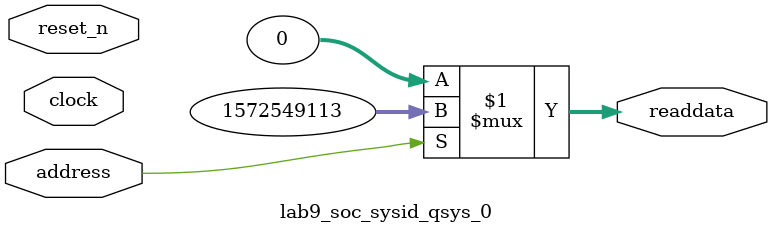
<source format=v>



// synthesis translate_off
`timescale 1ns / 1ps
// synthesis translate_on

// turn off superfluous verilog processor warnings 
// altera message_level Level1 
// altera message_off 10034 10035 10036 10037 10230 10240 10030 

module lab9_soc_sysid_qsys_0 (
               // inputs:
                address,
                clock,
                reset_n,

               // outputs:
                readdata
             )
;

  output  [ 31: 0] readdata;
  input            address;
  input            clock;
  input            reset_n;

  wire    [ 31: 0] readdata;
  //control_slave, which is an e_avalon_slave
  assign readdata = address ? 1572549113 : 0;

endmodule



</source>
